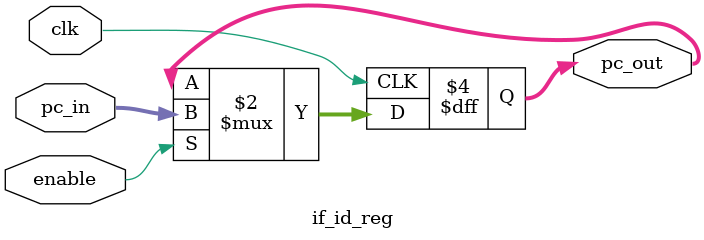
<source format=sv>
`include "../PipelineRegs.sv"


module if_id_reg(
	input clk,
	input logic [31:0] pc_in,
	output logic [31:0] pc_out,
	input enable
);	

always_ff @(posedge clk) begin
	if(enable)
		pc_out <= pc_in;
end

endmodule

</source>
